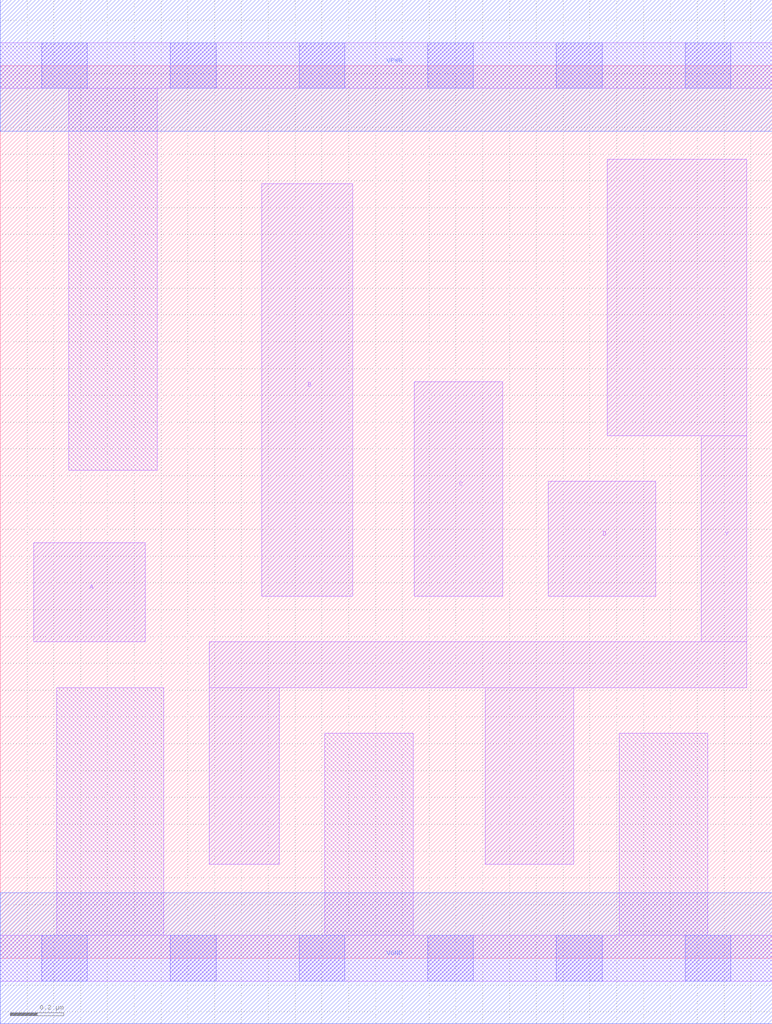
<source format=lef>
# Copyright 2020 The SkyWater PDK Authors
#
# Licensed under the Apache License, Version 2.0 (the "License");
# you may not use this file except in compliance with the License.
# You may obtain a copy of the License at
#
#     https://www.apache.org/licenses/LICENSE-2.0
#
# Unless required by applicable law or agreed to in writing, software
# distributed under the License is distributed on an "AS IS" BASIS,
# WITHOUT WARRANTIES OR CONDITIONS OF ANY KIND, either express or implied.
# See the License for the specific language governing permissions and
# limitations under the License.
#
# SPDX-License-Identifier: Apache-2.0

VERSION 5.7 ;
  NOWIREEXTENSIONATPIN ON ;
  DIVIDERCHAR "/" ;
  BUSBITCHARS "[]" ;
UNITS
  DATABASE MICRONS 200 ;
END UNITS
MACRO sky130_fd_sc_hs__nor4_1
  CLASS CORE ;
  FOREIGN sky130_fd_sc_hs__nor4_1 ;
  ORIGIN  0.000000  0.000000 ;
  SIZE  2.880000 BY  3.330000 ;
  SYMMETRY X Y ;
  SITE unit ;
  PIN A
    ANTENNAGATEAREA  0.279000 ;
    DIRECTION INPUT ;
    USE SIGNAL ;
    PORT
      LAYER li1 ;
        RECT 0.125000 1.180000 0.540000 1.550000 ;
    END
  END A
  PIN B
    ANTENNAGATEAREA  0.279000 ;
    DIRECTION INPUT ;
    USE SIGNAL ;
    PORT
      LAYER li1 ;
        RECT 0.975000 1.350000 1.315000 2.890000 ;
    END
  END B
  PIN C
    ANTENNAGATEAREA  0.279000 ;
    DIRECTION INPUT ;
    USE SIGNAL ;
    PORT
      LAYER li1 ;
        RECT 1.545000 1.350000 1.875000 2.150000 ;
    END
  END C
  PIN D
    ANTENNAGATEAREA  0.279000 ;
    DIRECTION INPUT ;
    USE SIGNAL ;
    PORT
      LAYER li1 ;
        RECT 2.045000 1.350000 2.445000 1.780000 ;
    END
  END D
  PIN Y
    ANTENNADIFFAREA  0.744800 ;
    DIRECTION OUTPUT ;
    USE SIGNAL ;
    PORT
      LAYER li1 ;
        RECT 0.780000 0.350000 1.040000 1.010000 ;
        RECT 0.780000 1.010000 2.785000 1.180000 ;
        RECT 1.810000 0.350000 2.140000 1.010000 ;
        RECT 2.265000 1.950000 2.785000 2.980000 ;
        RECT 2.615000 1.180000 2.785000 1.950000 ;
    END
  END Y
  PIN VGND
    DIRECTION INOUT ;
    USE GROUND ;
    PORT
      LAYER met1 ;
        RECT 0.000000 -0.245000 2.880000 0.245000 ;
    END
  END VGND
  PIN VPWR
    DIRECTION INOUT ;
    USE POWER ;
    PORT
      LAYER met1 ;
        RECT 0.000000 3.085000 2.880000 3.575000 ;
    END
  END VPWR
  OBS
    LAYER li1 ;
      RECT 0.000000 -0.085000 2.880000 0.085000 ;
      RECT 0.000000  3.245000 2.880000 3.415000 ;
      RECT 0.210000  0.085000 0.610000 1.010000 ;
      RECT 0.255000  1.820000 0.585000 3.245000 ;
      RECT 1.210000  0.085000 1.540000 0.840000 ;
      RECT 2.310000  0.085000 2.640000 0.840000 ;
    LAYER mcon ;
      RECT 0.155000 -0.085000 0.325000 0.085000 ;
      RECT 0.155000  3.245000 0.325000 3.415000 ;
      RECT 0.635000 -0.085000 0.805000 0.085000 ;
      RECT 0.635000  3.245000 0.805000 3.415000 ;
      RECT 1.115000 -0.085000 1.285000 0.085000 ;
      RECT 1.115000  3.245000 1.285000 3.415000 ;
      RECT 1.595000 -0.085000 1.765000 0.085000 ;
      RECT 1.595000  3.245000 1.765000 3.415000 ;
      RECT 2.075000 -0.085000 2.245000 0.085000 ;
      RECT 2.075000  3.245000 2.245000 3.415000 ;
      RECT 2.555000 -0.085000 2.725000 0.085000 ;
      RECT 2.555000  3.245000 2.725000 3.415000 ;
  END
END sky130_fd_sc_hs__nor4_1
END LIBRARY

</source>
